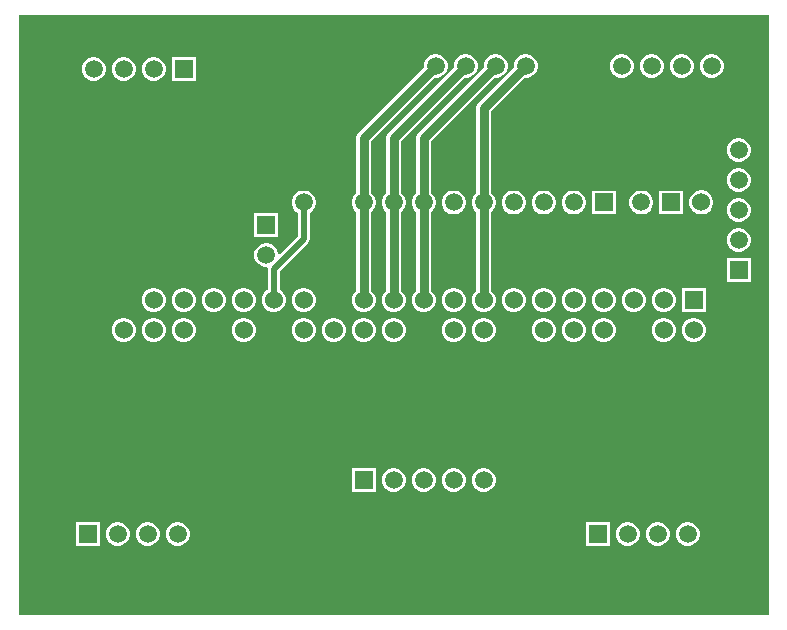
<source format=gbl>
G04*
G04 #@! TF.GenerationSoftware,Altium Limited,Altium Designer,24.5.2 (23)*
G04*
G04 Layer_Physical_Order=2*
G04 Layer_Color=16711680*
%FSLAX44Y44*%
%MOMM*%
G71*
G04*
G04 #@! TF.SameCoordinates,C5F79816-F3BF-4F28-B5AB-9B0DAD98A386*
G04*
G04*
G04 #@! TF.FilePolarity,Positive*
G04*
G01*
G75*
%ADD18C,0.7620*%
%ADD19C,0.5080*%
%ADD21C,1.2700*%
%ADD22R,1.5000X1.5000*%
%ADD23C,1.5000*%
%ADD24R,1.5000X1.5000*%
%ADD25C,1.5240*%
%ADD26R,1.5240X1.5240*%
G36*
X0Y-508000D02*
X-635000D01*
Y0D01*
X0D01*
Y-508000D01*
D02*
G37*
%LPC*%
G36*
X-46938Y-33140D02*
X-49582D01*
X-52135Y-33824D01*
X-54425Y-35146D01*
X-56294Y-37015D01*
X-57616Y-39305D01*
X-58300Y-41858D01*
Y-44502D01*
X-57616Y-47055D01*
X-56294Y-49345D01*
X-54425Y-51214D01*
X-52135Y-52536D01*
X-49582Y-53220D01*
X-46938D01*
X-44385Y-52536D01*
X-42095Y-51214D01*
X-40226Y-49345D01*
X-38904Y-47055D01*
X-38220Y-44502D01*
Y-41858D01*
X-38904Y-39305D01*
X-40226Y-37015D01*
X-42095Y-35146D01*
X-44385Y-33824D01*
X-46938Y-33140D01*
D02*
G37*
G36*
X-72338D02*
X-74982D01*
X-77535Y-33824D01*
X-79825Y-35146D01*
X-81694Y-37015D01*
X-83016Y-39305D01*
X-83700Y-41858D01*
Y-44502D01*
X-83016Y-47055D01*
X-81694Y-49345D01*
X-79825Y-51214D01*
X-77535Y-52536D01*
X-74982Y-53220D01*
X-72338D01*
X-69785Y-52536D01*
X-67495Y-51214D01*
X-65626Y-49345D01*
X-64304Y-47055D01*
X-63620Y-44502D01*
Y-41858D01*
X-64304Y-39305D01*
X-65626Y-37015D01*
X-67495Y-35146D01*
X-69785Y-33824D01*
X-72338Y-33140D01*
D02*
G37*
G36*
X-97738D02*
X-100382D01*
X-102935Y-33824D01*
X-105225Y-35146D01*
X-107094Y-37015D01*
X-108416Y-39305D01*
X-109100Y-41858D01*
Y-44502D01*
X-108416Y-47055D01*
X-107094Y-49345D01*
X-105225Y-51214D01*
X-102935Y-52536D01*
X-100382Y-53220D01*
X-97738D01*
X-95185Y-52536D01*
X-92895Y-51214D01*
X-91026Y-49345D01*
X-89704Y-47055D01*
X-89020Y-44502D01*
Y-41858D01*
X-89704Y-39305D01*
X-91026Y-37015D01*
X-92895Y-35146D01*
X-95185Y-33824D01*
X-97738Y-33140D01*
D02*
G37*
G36*
X-123138D02*
X-125782D01*
X-128335Y-33824D01*
X-130625Y-35146D01*
X-132494Y-37015D01*
X-133816Y-39305D01*
X-134500Y-41858D01*
Y-44502D01*
X-133816Y-47055D01*
X-132494Y-49345D01*
X-130625Y-51214D01*
X-128335Y-52536D01*
X-125782Y-53220D01*
X-123138D01*
X-120585Y-52536D01*
X-118295Y-51214D01*
X-116426Y-49345D01*
X-115104Y-47055D01*
X-114420Y-44502D01*
Y-41858D01*
X-115104Y-39305D01*
X-116426Y-37015D01*
X-118295Y-35146D01*
X-120585Y-33824D01*
X-123138Y-33140D01*
D02*
G37*
G36*
X-485260Y-35680D02*
X-505340D01*
Y-55760D01*
X-485260D01*
Y-35680D01*
D02*
G37*
G36*
X-519378D02*
X-522022D01*
X-524575Y-36364D01*
X-526865Y-37686D01*
X-528734Y-39555D01*
X-530056Y-41845D01*
X-530740Y-44398D01*
Y-47042D01*
X-530056Y-49595D01*
X-528734Y-51885D01*
X-526865Y-53754D01*
X-524575Y-55076D01*
X-522022Y-55760D01*
X-519378D01*
X-516825Y-55076D01*
X-514535Y-53754D01*
X-512666Y-51885D01*
X-511344Y-49595D01*
X-510660Y-47042D01*
Y-44398D01*
X-511344Y-41845D01*
X-512666Y-39555D01*
X-514535Y-37686D01*
X-516825Y-36364D01*
X-519378Y-35680D01*
D02*
G37*
G36*
X-544778D02*
X-547422D01*
X-549975Y-36364D01*
X-552265Y-37686D01*
X-554134Y-39555D01*
X-555456Y-41845D01*
X-556140Y-44398D01*
Y-47042D01*
X-555456Y-49595D01*
X-554134Y-51885D01*
X-552265Y-53754D01*
X-549975Y-55076D01*
X-547422Y-55760D01*
X-544778D01*
X-542225Y-55076D01*
X-539935Y-53754D01*
X-538066Y-51885D01*
X-536744Y-49595D01*
X-536060Y-47042D01*
Y-44398D01*
X-536744Y-41845D01*
X-538066Y-39555D01*
X-539935Y-37686D01*
X-542225Y-36364D01*
X-544778Y-35680D01*
D02*
G37*
G36*
X-570178D02*
X-572822D01*
X-575375Y-36364D01*
X-577665Y-37686D01*
X-579534Y-39555D01*
X-580856Y-41845D01*
X-581540Y-44398D01*
Y-47042D01*
X-580856Y-49595D01*
X-579534Y-51885D01*
X-577665Y-53754D01*
X-575375Y-55076D01*
X-572822Y-55760D01*
X-570178D01*
X-567625Y-55076D01*
X-565335Y-53754D01*
X-563466Y-51885D01*
X-562144Y-49595D01*
X-561460Y-47042D01*
Y-44398D01*
X-562144Y-41845D01*
X-563466Y-39555D01*
X-565335Y-37686D01*
X-567625Y-36364D01*
X-570178Y-35680D01*
D02*
G37*
G36*
X-24078Y-104260D02*
X-26722D01*
X-29275Y-104944D01*
X-31565Y-106266D01*
X-33434Y-108135D01*
X-34756Y-110425D01*
X-35440Y-112978D01*
Y-115622D01*
X-34756Y-118175D01*
X-33434Y-120465D01*
X-31565Y-122334D01*
X-29275Y-123656D01*
X-26722Y-124340D01*
X-24078D01*
X-21525Y-123656D01*
X-19235Y-122334D01*
X-17366Y-120465D01*
X-16044Y-118175D01*
X-15360Y-115622D01*
Y-112978D01*
X-16044Y-110425D01*
X-17366Y-108135D01*
X-19235Y-106266D01*
X-21525Y-104944D01*
X-24078Y-104260D01*
D02*
G37*
G36*
Y-129660D02*
X-26722D01*
X-29275Y-130344D01*
X-31565Y-131666D01*
X-33434Y-133535D01*
X-34756Y-135825D01*
X-35440Y-138378D01*
Y-141022D01*
X-34756Y-143575D01*
X-33434Y-145865D01*
X-31565Y-147734D01*
X-29275Y-149056D01*
X-26722Y-149740D01*
X-24078D01*
X-21525Y-149056D01*
X-19235Y-147734D01*
X-17366Y-145865D01*
X-16044Y-143575D01*
X-15360Y-141022D01*
Y-138378D01*
X-16044Y-135825D01*
X-17366Y-133535D01*
X-19235Y-131666D01*
X-21525Y-130344D01*
X-24078Y-129660D01*
D02*
G37*
G36*
X-72510Y-148710D02*
X-92590D01*
Y-168790D01*
X-72510D01*
Y-148710D01*
D02*
G37*
G36*
X-106628D02*
X-109272D01*
X-111825Y-149394D01*
X-114115Y-150716D01*
X-115984Y-152585D01*
X-117306Y-154875D01*
X-117990Y-157428D01*
Y-160072D01*
X-117306Y-162625D01*
X-115984Y-164915D01*
X-114115Y-166784D01*
X-111825Y-168106D01*
X-109272Y-168790D01*
X-106628D01*
X-104075Y-168106D01*
X-101785Y-166784D01*
X-99916Y-164915D01*
X-98594Y-162625D01*
X-97910Y-160072D01*
Y-157428D01*
X-98594Y-154875D01*
X-99916Y-152585D01*
X-101785Y-150716D01*
X-104075Y-149394D01*
X-106628Y-148710D01*
D02*
G37*
G36*
X-129660D02*
X-149740D01*
Y-168790D01*
X-129660D01*
Y-148710D01*
D02*
G37*
G36*
X-163778D02*
X-166422D01*
X-168975Y-149394D01*
X-171265Y-150716D01*
X-173134Y-152585D01*
X-174456Y-154875D01*
X-175140Y-157428D01*
Y-160072D01*
X-174456Y-162625D01*
X-173134Y-164915D01*
X-171265Y-166784D01*
X-168975Y-168106D01*
X-166422Y-168790D01*
X-163778D01*
X-161225Y-168106D01*
X-158935Y-166784D01*
X-157066Y-164915D01*
X-155744Y-162625D01*
X-155060Y-160072D01*
Y-157428D01*
X-155744Y-154875D01*
X-157066Y-152585D01*
X-158935Y-150716D01*
X-161225Y-149394D01*
X-163778Y-148710D01*
D02*
G37*
G36*
X-189178D02*
X-191822D01*
X-194375Y-149394D01*
X-196665Y-150716D01*
X-198534Y-152585D01*
X-199856Y-154875D01*
X-200540Y-157428D01*
Y-160072D01*
X-199856Y-162625D01*
X-198534Y-164915D01*
X-196665Y-166784D01*
X-194375Y-168106D01*
X-191822Y-168790D01*
X-189178D01*
X-186625Y-168106D01*
X-184335Y-166784D01*
X-182466Y-164915D01*
X-181144Y-162625D01*
X-180460Y-160072D01*
Y-157428D01*
X-181144Y-154875D01*
X-182466Y-152585D01*
X-184335Y-150716D01*
X-186625Y-149394D01*
X-189178Y-148710D01*
D02*
G37*
G36*
X-214578D02*
X-217222D01*
X-219775Y-149394D01*
X-222065Y-150716D01*
X-223934Y-152585D01*
X-225256Y-154875D01*
X-225940Y-157428D01*
Y-160072D01*
X-225256Y-162625D01*
X-223934Y-164915D01*
X-222065Y-166784D01*
X-219775Y-168106D01*
X-217222Y-168790D01*
X-214578D01*
X-212025Y-168106D01*
X-209735Y-166784D01*
X-207866Y-164915D01*
X-206544Y-162625D01*
X-205860Y-160072D01*
Y-157428D01*
X-206544Y-154875D01*
X-207866Y-152585D01*
X-209735Y-150716D01*
X-212025Y-149394D01*
X-214578Y-148710D01*
D02*
G37*
G36*
X-265378D02*
X-268022D01*
X-270575Y-149394D01*
X-272865Y-150716D01*
X-274734Y-152585D01*
X-276056Y-154875D01*
X-276740Y-157428D01*
Y-160072D01*
X-276056Y-162625D01*
X-274734Y-164915D01*
X-272865Y-166784D01*
X-270575Y-168106D01*
X-268022Y-168790D01*
X-265378D01*
X-262825Y-168106D01*
X-260535Y-166784D01*
X-258666Y-164915D01*
X-257344Y-162625D01*
X-256660Y-160072D01*
Y-157428D01*
X-257344Y-154875D01*
X-258666Y-152585D01*
X-260535Y-150716D01*
X-262825Y-149394D01*
X-265378Y-148710D01*
D02*
G37*
G36*
X-55812Y-148590D02*
X-58488D01*
X-61072Y-149282D01*
X-63388Y-150620D01*
X-65280Y-152512D01*
X-66618Y-154828D01*
X-67310Y-157412D01*
Y-160088D01*
X-66618Y-162672D01*
X-65280Y-164988D01*
X-63388Y-166880D01*
X-61072Y-168218D01*
X-58488Y-168910D01*
X-55812D01*
X-53228Y-168218D01*
X-50912Y-166880D01*
X-49020Y-164988D01*
X-47682Y-162672D01*
X-46990Y-160088D01*
Y-157412D01*
X-47682Y-154828D01*
X-49020Y-152512D01*
X-50912Y-150620D01*
X-53228Y-149282D01*
X-55812Y-148590D01*
D02*
G37*
G36*
X-24078Y-155060D02*
X-26722D01*
X-29275Y-155744D01*
X-31565Y-157066D01*
X-33434Y-158935D01*
X-34756Y-161225D01*
X-35440Y-163778D01*
Y-166422D01*
X-34756Y-168975D01*
X-33434Y-171265D01*
X-31565Y-173134D01*
X-29275Y-174456D01*
X-26722Y-175140D01*
X-24078D01*
X-21525Y-174456D01*
X-19235Y-173134D01*
X-17366Y-171265D01*
X-16044Y-168975D01*
X-15360Y-166422D01*
Y-163778D01*
X-16044Y-161225D01*
X-17366Y-158935D01*
X-19235Y-157066D01*
X-21525Y-155744D01*
X-24078Y-155060D01*
D02*
G37*
G36*
X-415410Y-167760D02*
X-435490D01*
Y-187840D01*
X-415410D01*
Y-167760D01*
D02*
G37*
G36*
X-24078Y-180460D02*
X-26722D01*
X-29275Y-181144D01*
X-31565Y-182466D01*
X-33434Y-184335D01*
X-34756Y-186625D01*
X-35440Y-189178D01*
Y-191822D01*
X-34756Y-194375D01*
X-33434Y-196665D01*
X-31565Y-198534D01*
X-29275Y-199856D01*
X-26722Y-200540D01*
X-24078D01*
X-21525Y-199856D01*
X-19235Y-198534D01*
X-17366Y-196665D01*
X-16044Y-194375D01*
X-15360Y-191822D01*
Y-189178D01*
X-16044Y-186625D01*
X-17366Y-184335D01*
X-19235Y-182466D01*
X-21525Y-181144D01*
X-24078Y-180460D01*
D02*
G37*
G36*
X-392378Y-148710D02*
X-395022D01*
X-397575Y-149394D01*
X-399865Y-150716D01*
X-401734Y-152585D01*
X-403056Y-154875D01*
X-403740Y-157428D01*
Y-160072D01*
X-403056Y-162625D01*
X-401734Y-164915D01*
X-399865Y-166784D01*
X-398880Y-167353D01*
Y-187095D01*
X-414237Y-202453D01*
X-415410Y-201967D01*
Y-201878D01*
X-416094Y-199325D01*
X-417416Y-197035D01*
X-419285Y-195166D01*
X-421575Y-193844D01*
X-424128Y-193160D01*
X-426772D01*
X-429325Y-193844D01*
X-431615Y-195166D01*
X-433484Y-197035D01*
X-434806Y-199325D01*
X-435490Y-201878D01*
Y-204522D01*
X-434806Y-207075D01*
X-433484Y-209365D01*
X-431615Y-211234D01*
X-429325Y-212556D01*
X-426772Y-213240D01*
X-425296D01*
X-424254Y-214510D01*
X-424280Y-214641D01*
Y-232559D01*
X-425338Y-233170D01*
X-427230Y-235062D01*
X-428568Y-237378D01*
X-429260Y-239962D01*
Y-242638D01*
X-428568Y-245222D01*
X-427230Y-247538D01*
X-425338Y-249430D01*
X-423022Y-250768D01*
X-420438Y-251460D01*
X-417762D01*
X-415178Y-250768D01*
X-412862Y-249430D01*
X-410970Y-247538D01*
X-409632Y-245222D01*
X-408940Y-242638D01*
Y-239962D01*
X-409632Y-237378D01*
X-410970Y-235062D01*
X-412862Y-233170D01*
X-413921Y-232559D01*
Y-216786D01*
X-390038Y-192903D01*
X-390037Y-192903D01*
X-388915Y-191223D01*
X-388521Y-189241D01*
X-388521Y-189241D01*
Y-167353D01*
X-387535Y-166784D01*
X-385666Y-164915D01*
X-384344Y-162625D01*
X-383660Y-160072D01*
Y-157428D01*
X-384344Y-154875D01*
X-385666Y-152585D01*
X-387535Y-150716D01*
X-389825Y-149394D01*
X-392378Y-148710D01*
D02*
G37*
G36*
X-15360Y-205860D02*
X-35440D01*
Y-225940D01*
X-15360D01*
Y-205860D01*
D02*
G37*
G36*
X-53340Y-231140D02*
X-73660D01*
Y-251460D01*
X-53340D01*
Y-231140D01*
D02*
G37*
G36*
X-87562D02*
X-90238D01*
X-92822Y-231832D01*
X-95138Y-233170D01*
X-97030Y-235062D01*
X-98368Y-237378D01*
X-99060Y-239962D01*
Y-242638D01*
X-98368Y-245222D01*
X-97030Y-247538D01*
X-95138Y-249430D01*
X-92822Y-250768D01*
X-90238Y-251460D01*
X-87562D01*
X-84978Y-250768D01*
X-82662Y-249430D01*
X-80770Y-247538D01*
X-79432Y-245222D01*
X-78740Y-242638D01*
Y-239962D01*
X-79432Y-237378D01*
X-80770Y-235062D01*
X-82662Y-233170D01*
X-84978Y-231832D01*
X-87562Y-231140D01*
D02*
G37*
G36*
X-112962D02*
X-115638D01*
X-118222Y-231832D01*
X-120538Y-233170D01*
X-122430Y-235062D01*
X-123768Y-237378D01*
X-124460Y-239962D01*
Y-242638D01*
X-123768Y-245222D01*
X-122430Y-247538D01*
X-120538Y-249430D01*
X-118222Y-250768D01*
X-115638Y-251460D01*
X-112962D01*
X-110378Y-250768D01*
X-108062Y-249430D01*
X-106170Y-247538D01*
X-104832Y-245222D01*
X-104140Y-242638D01*
Y-239962D01*
X-104832Y-237378D01*
X-106170Y-235062D01*
X-108062Y-233170D01*
X-110378Y-231832D01*
X-112962Y-231140D01*
D02*
G37*
G36*
X-138362D02*
X-141038D01*
X-143622Y-231832D01*
X-145938Y-233170D01*
X-147830Y-235062D01*
X-149168Y-237378D01*
X-149860Y-239962D01*
Y-242638D01*
X-149168Y-245222D01*
X-147830Y-247538D01*
X-145938Y-249430D01*
X-143622Y-250768D01*
X-141038Y-251460D01*
X-138362D01*
X-135778Y-250768D01*
X-133462Y-249430D01*
X-131570Y-247538D01*
X-130232Y-245222D01*
X-129540Y-242638D01*
Y-239962D01*
X-130232Y-237378D01*
X-131570Y-235062D01*
X-133462Y-233170D01*
X-135778Y-231832D01*
X-138362Y-231140D01*
D02*
G37*
G36*
X-163762D02*
X-166438D01*
X-169022Y-231832D01*
X-171338Y-233170D01*
X-173230Y-235062D01*
X-174568Y-237378D01*
X-175260Y-239962D01*
Y-242638D01*
X-174568Y-245222D01*
X-173230Y-247538D01*
X-171338Y-249430D01*
X-169022Y-250768D01*
X-166438Y-251460D01*
X-163762D01*
X-161178Y-250768D01*
X-158862Y-249430D01*
X-156970Y-247538D01*
X-155632Y-245222D01*
X-154940Y-242638D01*
Y-239962D01*
X-155632Y-237378D01*
X-156970Y-235062D01*
X-158862Y-233170D01*
X-161178Y-231832D01*
X-163762Y-231140D01*
D02*
G37*
G36*
X-189162D02*
X-191838D01*
X-194422Y-231832D01*
X-196738Y-233170D01*
X-198630Y-235062D01*
X-199968Y-237378D01*
X-200660Y-239962D01*
Y-242638D01*
X-199968Y-245222D01*
X-198630Y-247538D01*
X-196738Y-249430D01*
X-194422Y-250768D01*
X-191838Y-251460D01*
X-189162D01*
X-186578Y-250768D01*
X-184262Y-249430D01*
X-182370Y-247538D01*
X-181032Y-245222D01*
X-180340Y-242638D01*
Y-239962D01*
X-181032Y-237378D01*
X-182370Y-235062D01*
X-184262Y-233170D01*
X-186578Y-231832D01*
X-189162Y-231140D01*
D02*
G37*
G36*
X-214562D02*
X-217238D01*
X-219822Y-231832D01*
X-222138Y-233170D01*
X-224030Y-235062D01*
X-225368Y-237378D01*
X-226060Y-239962D01*
Y-242638D01*
X-225368Y-245222D01*
X-224030Y-247538D01*
X-222138Y-249430D01*
X-219822Y-250768D01*
X-217238Y-251460D01*
X-214562D01*
X-211978Y-250768D01*
X-209662Y-249430D01*
X-207770Y-247538D01*
X-206432Y-245222D01*
X-205740Y-242638D01*
Y-239962D01*
X-206432Y-237378D01*
X-207770Y-235062D01*
X-209662Y-233170D01*
X-211978Y-231832D01*
X-214562Y-231140D01*
D02*
G37*
G36*
X-204418Y-33140D02*
X-207062D01*
X-209615Y-33824D01*
X-211905Y-35146D01*
X-213774Y-37015D01*
X-215096Y-39305D01*
X-215780Y-41858D01*
Y-44064D01*
X-245878Y-74162D01*
X-247282Y-76262D01*
X-247774Y-78740D01*
Y-151026D01*
X-249334Y-152585D01*
X-250656Y-154875D01*
X-251340Y-157428D01*
Y-160072D01*
X-250656Y-162625D01*
X-249334Y-164915D01*
X-247774Y-166474D01*
Y-233406D01*
X-249430Y-235062D01*
X-250768Y-237378D01*
X-251460Y-239962D01*
Y-242638D01*
X-250768Y-245222D01*
X-249430Y-247538D01*
X-247538Y-249430D01*
X-245222Y-250768D01*
X-242638Y-251460D01*
X-239962D01*
X-237378Y-250768D01*
X-235062Y-249430D01*
X-233170Y-247538D01*
X-231832Y-245222D01*
X-231140Y-242638D01*
Y-239962D01*
X-231832Y-237378D01*
X-233170Y-235062D01*
X-234826Y-233406D01*
Y-166474D01*
X-233266Y-164915D01*
X-231944Y-162625D01*
X-231260Y-160072D01*
Y-157428D01*
X-231944Y-154875D01*
X-233266Y-152585D01*
X-234826Y-151026D01*
Y-81422D01*
X-206624Y-53220D01*
X-204418D01*
X-201865Y-52536D01*
X-199575Y-51214D01*
X-197706Y-49345D01*
X-196384Y-47055D01*
X-195700Y-44502D01*
Y-41858D01*
X-196384Y-39305D01*
X-197706Y-37015D01*
X-199575Y-35146D01*
X-201865Y-33824D01*
X-204418Y-33140D01*
D02*
G37*
G36*
X-265362Y-231140D02*
X-268038D01*
X-270622Y-231832D01*
X-272938Y-233170D01*
X-274830Y-235062D01*
X-276168Y-237378D01*
X-276860Y-239962D01*
Y-242638D01*
X-276168Y-245222D01*
X-274830Y-247538D01*
X-272938Y-249430D01*
X-270622Y-250768D01*
X-268038Y-251460D01*
X-265362D01*
X-262778Y-250768D01*
X-260462Y-249430D01*
X-258570Y-247538D01*
X-257232Y-245222D01*
X-256540Y-242638D01*
Y-239962D01*
X-257232Y-237378D01*
X-258570Y-235062D01*
X-260462Y-233170D01*
X-262778Y-231832D01*
X-265362Y-231140D01*
D02*
G37*
G36*
X-229818Y-33140D02*
X-232462D01*
X-235015Y-33824D01*
X-237305Y-35146D01*
X-239174Y-37015D01*
X-240496Y-39305D01*
X-241180Y-41858D01*
Y-44064D01*
X-296678Y-99562D01*
X-298082Y-101662D01*
X-298574Y-104140D01*
Y-151026D01*
X-300134Y-152585D01*
X-301456Y-154875D01*
X-302140Y-157428D01*
Y-160072D01*
X-301456Y-162625D01*
X-300134Y-164915D01*
X-298574Y-166474D01*
Y-233406D01*
X-300230Y-235062D01*
X-301568Y-237378D01*
X-302260Y-239962D01*
Y-242638D01*
X-301568Y-245222D01*
X-300230Y-247538D01*
X-298338Y-249430D01*
X-296022Y-250768D01*
X-293438Y-251460D01*
X-290762D01*
X-288178Y-250768D01*
X-285862Y-249430D01*
X-283970Y-247538D01*
X-282632Y-245222D01*
X-281940Y-242638D01*
Y-239962D01*
X-282632Y-237378D01*
X-283970Y-235062D01*
X-285626Y-233406D01*
Y-166474D01*
X-284066Y-164915D01*
X-282744Y-162625D01*
X-282060Y-160072D01*
Y-157428D01*
X-282744Y-154875D01*
X-284066Y-152585D01*
X-285626Y-151026D01*
Y-106822D01*
X-232024Y-53220D01*
X-229818D01*
X-227265Y-52536D01*
X-224975Y-51214D01*
X-223106Y-49345D01*
X-221784Y-47055D01*
X-221100Y-44502D01*
Y-41858D01*
X-221784Y-39305D01*
X-223106Y-37015D01*
X-224975Y-35146D01*
X-227265Y-33824D01*
X-229818Y-33140D01*
D02*
G37*
G36*
X-255218D02*
X-257862D01*
X-260415Y-33824D01*
X-262705Y-35146D01*
X-264574Y-37015D01*
X-265896Y-39305D01*
X-266580Y-41858D01*
Y-44064D01*
X-322078Y-99562D01*
X-323482Y-101662D01*
X-323974Y-104140D01*
Y-151026D01*
X-325534Y-152585D01*
X-326856Y-154875D01*
X-327540Y-157428D01*
Y-160072D01*
X-326856Y-162625D01*
X-325534Y-164915D01*
X-323974Y-166474D01*
Y-233406D01*
X-325630Y-235062D01*
X-326968Y-237378D01*
X-327660Y-239962D01*
Y-242638D01*
X-326968Y-245222D01*
X-325630Y-247538D01*
X-323738Y-249430D01*
X-321422Y-250768D01*
X-318838Y-251460D01*
X-316162D01*
X-313578Y-250768D01*
X-311262Y-249430D01*
X-309370Y-247538D01*
X-308032Y-245222D01*
X-307340Y-242638D01*
Y-239962D01*
X-308032Y-237378D01*
X-309370Y-235062D01*
X-311026Y-233406D01*
Y-166474D01*
X-309466Y-164915D01*
X-308144Y-162625D01*
X-307460Y-160072D01*
Y-157428D01*
X-308144Y-154875D01*
X-309466Y-152585D01*
X-311026Y-151026D01*
Y-106822D01*
X-257424Y-53220D01*
X-255218D01*
X-252665Y-52536D01*
X-250375Y-51214D01*
X-248506Y-49345D01*
X-247184Y-47055D01*
X-246500Y-44502D01*
Y-41858D01*
X-247184Y-39305D01*
X-248506Y-37015D01*
X-250375Y-35146D01*
X-252665Y-33824D01*
X-255218Y-33140D01*
D02*
G37*
G36*
X-280618D02*
X-283262D01*
X-285815Y-33824D01*
X-288105Y-35146D01*
X-289974Y-37015D01*
X-291296Y-39305D01*
X-291980Y-41858D01*
Y-44064D01*
X-347478Y-99562D01*
X-348882Y-101662D01*
X-349374Y-104140D01*
Y-151026D01*
X-350934Y-152585D01*
X-352256Y-154875D01*
X-352940Y-157428D01*
Y-160072D01*
X-352256Y-162625D01*
X-350934Y-164915D01*
X-349374Y-166474D01*
Y-233406D01*
X-351030Y-235062D01*
X-352368Y-237378D01*
X-353060Y-239962D01*
Y-242638D01*
X-352368Y-245222D01*
X-351030Y-247538D01*
X-349138Y-249430D01*
X-346822Y-250768D01*
X-344238Y-251460D01*
X-341562D01*
X-338978Y-250768D01*
X-336662Y-249430D01*
X-334770Y-247538D01*
X-333432Y-245222D01*
X-332740Y-242638D01*
Y-239962D01*
X-333432Y-237378D01*
X-334770Y-235062D01*
X-336426Y-233406D01*
Y-166474D01*
X-334866Y-164915D01*
X-333544Y-162625D01*
X-332860Y-160072D01*
Y-157428D01*
X-333544Y-154875D01*
X-334866Y-152585D01*
X-336426Y-151026D01*
Y-106822D01*
X-282824Y-53220D01*
X-280618D01*
X-278065Y-52536D01*
X-275775Y-51214D01*
X-273906Y-49345D01*
X-272584Y-47055D01*
X-271900Y-44502D01*
Y-41858D01*
X-272584Y-39305D01*
X-273906Y-37015D01*
X-275775Y-35146D01*
X-278065Y-33824D01*
X-280618Y-33140D01*
D02*
G37*
G36*
X-392362Y-231140D02*
X-395038D01*
X-397622Y-231832D01*
X-399938Y-233170D01*
X-401830Y-235062D01*
X-403168Y-237378D01*
X-403860Y-239962D01*
Y-242638D01*
X-403168Y-245222D01*
X-401830Y-247538D01*
X-399938Y-249430D01*
X-397622Y-250768D01*
X-395038Y-251460D01*
X-392362D01*
X-389778Y-250768D01*
X-387462Y-249430D01*
X-385570Y-247538D01*
X-384232Y-245222D01*
X-383540Y-242638D01*
Y-239962D01*
X-384232Y-237378D01*
X-385570Y-235062D01*
X-387462Y-233170D01*
X-389778Y-231832D01*
X-392362Y-231140D01*
D02*
G37*
G36*
X-443162D02*
X-445838D01*
X-448422Y-231832D01*
X-450738Y-233170D01*
X-452630Y-235062D01*
X-453968Y-237378D01*
X-454660Y-239962D01*
Y-242638D01*
X-453968Y-245222D01*
X-452630Y-247538D01*
X-450738Y-249430D01*
X-448422Y-250768D01*
X-445838Y-251460D01*
X-443162D01*
X-440578Y-250768D01*
X-438262Y-249430D01*
X-436370Y-247538D01*
X-435032Y-245222D01*
X-434340Y-242638D01*
Y-239962D01*
X-435032Y-237378D01*
X-436370Y-235062D01*
X-438262Y-233170D01*
X-440578Y-231832D01*
X-443162Y-231140D01*
D02*
G37*
G36*
X-468562D02*
X-471238D01*
X-473822Y-231832D01*
X-476138Y-233170D01*
X-478030Y-235062D01*
X-479368Y-237378D01*
X-480060Y-239962D01*
Y-242638D01*
X-479368Y-245222D01*
X-478030Y-247538D01*
X-476138Y-249430D01*
X-473822Y-250768D01*
X-471238Y-251460D01*
X-468562D01*
X-465978Y-250768D01*
X-463662Y-249430D01*
X-461770Y-247538D01*
X-460432Y-245222D01*
X-459740Y-242638D01*
Y-239962D01*
X-460432Y-237378D01*
X-461770Y-235062D01*
X-463662Y-233170D01*
X-465978Y-231832D01*
X-468562Y-231140D01*
D02*
G37*
G36*
X-493962D02*
X-496638D01*
X-499222Y-231832D01*
X-501538Y-233170D01*
X-503430Y-235062D01*
X-504768Y-237378D01*
X-505460Y-239962D01*
Y-242638D01*
X-504768Y-245222D01*
X-503430Y-247538D01*
X-501538Y-249430D01*
X-499222Y-250768D01*
X-496638Y-251460D01*
X-493962D01*
X-491378Y-250768D01*
X-489062Y-249430D01*
X-487170Y-247538D01*
X-485832Y-245222D01*
X-485140Y-242638D01*
Y-239962D01*
X-485832Y-237378D01*
X-487170Y-235062D01*
X-489062Y-233170D01*
X-491378Y-231832D01*
X-493962Y-231140D01*
D02*
G37*
G36*
X-519362D02*
X-522038D01*
X-524622Y-231832D01*
X-526938Y-233170D01*
X-528830Y-235062D01*
X-530168Y-237378D01*
X-530860Y-239962D01*
Y-242638D01*
X-530168Y-245222D01*
X-528830Y-247538D01*
X-526938Y-249430D01*
X-524622Y-250768D01*
X-522038Y-251460D01*
X-519362D01*
X-516778Y-250768D01*
X-514462Y-249430D01*
X-512570Y-247538D01*
X-511232Y-245222D01*
X-510540Y-242638D01*
Y-239962D01*
X-511232Y-237378D01*
X-512570Y-235062D01*
X-514462Y-233170D01*
X-516778Y-231832D01*
X-519362Y-231140D01*
D02*
G37*
G36*
X-62162Y-256540D02*
X-64838D01*
X-67422Y-257232D01*
X-69738Y-258570D01*
X-71630Y-260462D01*
X-72968Y-262778D01*
X-73660Y-265362D01*
Y-268038D01*
X-72968Y-270622D01*
X-71630Y-272938D01*
X-69738Y-274830D01*
X-67422Y-276168D01*
X-64838Y-276860D01*
X-62162D01*
X-59578Y-276168D01*
X-57262Y-274830D01*
X-55370Y-272938D01*
X-54032Y-270622D01*
X-53340Y-268038D01*
Y-265362D01*
X-54032Y-262778D01*
X-55370Y-260462D01*
X-57262Y-258570D01*
X-59578Y-257232D01*
X-62162Y-256540D01*
D02*
G37*
G36*
X-87562D02*
X-90238D01*
X-92822Y-257232D01*
X-95138Y-258570D01*
X-97030Y-260462D01*
X-98368Y-262778D01*
X-99060Y-265362D01*
Y-268038D01*
X-98368Y-270622D01*
X-97030Y-272938D01*
X-95138Y-274830D01*
X-92822Y-276168D01*
X-90238Y-276860D01*
X-87562D01*
X-84978Y-276168D01*
X-82662Y-274830D01*
X-80770Y-272938D01*
X-79432Y-270622D01*
X-78740Y-268038D01*
Y-265362D01*
X-79432Y-262778D01*
X-80770Y-260462D01*
X-82662Y-258570D01*
X-84978Y-257232D01*
X-87562Y-256540D01*
D02*
G37*
G36*
X-138362D02*
X-141038D01*
X-143622Y-257232D01*
X-145938Y-258570D01*
X-147830Y-260462D01*
X-149168Y-262778D01*
X-149860Y-265362D01*
Y-268038D01*
X-149168Y-270622D01*
X-147830Y-272938D01*
X-145938Y-274830D01*
X-143622Y-276168D01*
X-141038Y-276860D01*
X-138362D01*
X-135778Y-276168D01*
X-133462Y-274830D01*
X-131570Y-272938D01*
X-130232Y-270622D01*
X-129540Y-268038D01*
Y-265362D01*
X-130232Y-262778D01*
X-131570Y-260462D01*
X-133462Y-258570D01*
X-135778Y-257232D01*
X-138362Y-256540D01*
D02*
G37*
G36*
X-163762D02*
X-166438D01*
X-169022Y-257232D01*
X-171338Y-258570D01*
X-173230Y-260462D01*
X-174568Y-262778D01*
X-175260Y-265362D01*
Y-268038D01*
X-174568Y-270622D01*
X-173230Y-272938D01*
X-171338Y-274830D01*
X-169022Y-276168D01*
X-166438Y-276860D01*
X-163762D01*
X-161178Y-276168D01*
X-158862Y-274830D01*
X-156970Y-272938D01*
X-155632Y-270622D01*
X-154940Y-268038D01*
Y-265362D01*
X-155632Y-262778D01*
X-156970Y-260462D01*
X-158862Y-258570D01*
X-161178Y-257232D01*
X-163762Y-256540D01*
D02*
G37*
G36*
X-189162D02*
X-191838D01*
X-194422Y-257232D01*
X-196738Y-258570D01*
X-198630Y-260462D01*
X-199968Y-262778D01*
X-200660Y-265362D01*
Y-268038D01*
X-199968Y-270622D01*
X-198630Y-272938D01*
X-196738Y-274830D01*
X-194422Y-276168D01*
X-191838Y-276860D01*
X-189162D01*
X-186578Y-276168D01*
X-184262Y-274830D01*
X-182370Y-272938D01*
X-181032Y-270622D01*
X-180340Y-268038D01*
Y-265362D01*
X-181032Y-262778D01*
X-182370Y-260462D01*
X-184262Y-258570D01*
X-186578Y-257232D01*
X-189162Y-256540D01*
D02*
G37*
G36*
X-239962D02*
X-242638D01*
X-245222Y-257232D01*
X-247538Y-258570D01*
X-249430Y-260462D01*
X-250768Y-262778D01*
X-251460Y-265362D01*
Y-268038D01*
X-250768Y-270622D01*
X-249430Y-272938D01*
X-247538Y-274830D01*
X-245222Y-276168D01*
X-242638Y-276860D01*
X-239962D01*
X-237378Y-276168D01*
X-235062Y-274830D01*
X-233170Y-272938D01*
X-231832Y-270622D01*
X-231140Y-268038D01*
Y-265362D01*
X-231832Y-262778D01*
X-233170Y-260462D01*
X-235062Y-258570D01*
X-237378Y-257232D01*
X-239962Y-256540D01*
D02*
G37*
G36*
X-265362D02*
X-268038D01*
X-270622Y-257232D01*
X-272938Y-258570D01*
X-274830Y-260462D01*
X-276168Y-262778D01*
X-276860Y-265362D01*
Y-268038D01*
X-276168Y-270622D01*
X-274830Y-272938D01*
X-272938Y-274830D01*
X-270622Y-276168D01*
X-268038Y-276860D01*
X-265362D01*
X-262778Y-276168D01*
X-260462Y-274830D01*
X-258570Y-272938D01*
X-257232Y-270622D01*
X-256540Y-268038D01*
Y-265362D01*
X-257232Y-262778D01*
X-258570Y-260462D01*
X-260462Y-258570D01*
X-262778Y-257232D01*
X-265362Y-256540D01*
D02*
G37*
G36*
X-316162D02*
X-318838D01*
X-321422Y-257232D01*
X-323738Y-258570D01*
X-325630Y-260462D01*
X-326968Y-262778D01*
X-327660Y-265362D01*
Y-268038D01*
X-326968Y-270622D01*
X-325630Y-272938D01*
X-323738Y-274830D01*
X-321422Y-276168D01*
X-318838Y-276860D01*
X-316162D01*
X-313578Y-276168D01*
X-311262Y-274830D01*
X-309370Y-272938D01*
X-308032Y-270622D01*
X-307340Y-268038D01*
Y-265362D01*
X-308032Y-262778D01*
X-309370Y-260462D01*
X-311262Y-258570D01*
X-313578Y-257232D01*
X-316162Y-256540D01*
D02*
G37*
G36*
X-341562D02*
X-344238D01*
X-346822Y-257232D01*
X-349138Y-258570D01*
X-351030Y-260462D01*
X-352368Y-262778D01*
X-353060Y-265362D01*
Y-268038D01*
X-352368Y-270622D01*
X-351030Y-272938D01*
X-349138Y-274830D01*
X-346822Y-276168D01*
X-344238Y-276860D01*
X-341562D01*
X-338978Y-276168D01*
X-336662Y-274830D01*
X-334770Y-272938D01*
X-333432Y-270622D01*
X-332740Y-268038D01*
Y-265362D01*
X-333432Y-262778D01*
X-334770Y-260462D01*
X-336662Y-258570D01*
X-338978Y-257232D01*
X-341562Y-256540D01*
D02*
G37*
G36*
X-366962D02*
X-369638D01*
X-372222Y-257232D01*
X-374538Y-258570D01*
X-376430Y-260462D01*
X-377768Y-262778D01*
X-378460Y-265362D01*
Y-268038D01*
X-377768Y-270622D01*
X-376430Y-272938D01*
X-374538Y-274830D01*
X-372222Y-276168D01*
X-369638Y-276860D01*
X-366962D01*
X-364378Y-276168D01*
X-362062Y-274830D01*
X-360170Y-272938D01*
X-358832Y-270622D01*
X-358140Y-268038D01*
Y-265362D01*
X-358832Y-262778D01*
X-360170Y-260462D01*
X-362062Y-258570D01*
X-364378Y-257232D01*
X-366962Y-256540D01*
D02*
G37*
G36*
X-392362D02*
X-395038D01*
X-397622Y-257232D01*
X-399938Y-258570D01*
X-401830Y-260462D01*
X-403168Y-262778D01*
X-403860Y-265362D01*
Y-268038D01*
X-403168Y-270622D01*
X-401830Y-272938D01*
X-399938Y-274830D01*
X-397622Y-276168D01*
X-395038Y-276860D01*
X-392362D01*
X-389778Y-276168D01*
X-387462Y-274830D01*
X-385570Y-272938D01*
X-384232Y-270622D01*
X-383540Y-268038D01*
Y-265362D01*
X-384232Y-262778D01*
X-385570Y-260462D01*
X-387462Y-258570D01*
X-389778Y-257232D01*
X-392362Y-256540D01*
D02*
G37*
G36*
X-443162D02*
X-445838D01*
X-448422Y-257232D01*
X-450738Y-258570D01*
X-452630Y-260462D01*
X-453968Y-262778D01*
X-454660Y-265362D01*
Y-268038D01*
X-453968Y-270622D01*
X-452630Y-272938D01*
X-450738Y-274830D01*
X-448422Y-276168D01*
X-445838Y-276860D01*
X-443162D01*
X-440578Y-276168D01*
X-438262Y-274830D01*
X-436370Y-272938D01*
X-435032Y-270622D01*
X-434340Y-268038D01*
Y-265362D01*
X-435032Y-262778D01*
X-436370Y-260462D01*
X-438262Y-258570D01*
X-440578Y-257232D01*
X-443162Y-256540D01*
D02*
G37*
G36*
X-493962D02*
X-496638D01*
X-499222Y-257232D01*
X-501538Y-258570D01*
X-503430Y-260462D01*
X-504768Y-262778D01*
X-505460Y-265362D01*
Y-268038D01*
X-504768Y-270622D01*
X-503430Y-272938D01*
X-501538Y-274830D01*
X-499222Y-276168D01*
X-496638Y-276860D01*
X-493962D01*
X-491378Y-276168D01*
X-489062Y-274830D01*
X-487170Y-272938D01*
X-485832Y-270622D01*
X-485140Y-268038D01*
Y-265362D01*
X-485832Y-262778D01*
X-487170Y-260462D01*
X-489062Y-258570D01*
X-491378Y-257232D01*
X-493962Y-256540D01*
D02*
G37*
G36*
X-519362D02*
X-522038D01*
X-524622Y-257232D01*
X-526938Y-258570D01*
X-528830Y-260462D01*
X-530168Y-262778D01*
X-530860Y-265362D01*
Y-268038D01*
X-530168Y-270622D01*
X-528830Y-272938D01*
X-526938Y-274830D01*
X-524622Y-276168D01*
X-522038Y-276860D01*
X-519362D01*
X-516778Y-276168D01*
X-514462Y-274830D01*
X-512570Y-272938D01*
X-511232Y-270622D01*
X-510540Y-268038D01*
Y-265362D01*
X-511232Y-262778D01*
X-512570Y-260462D01*
X-514462Y-258570D01*
X-516778Y-257232D01*
X-519362Y-256540D01*
D02*
G37*
G36*
X-544762D02*
X-547438D01*
X-550022Y-257232D01*
X-552338Y-258570D01*
X-554230Y-260462D01*
X-555568Y-262778D01*
X-556260Y-265362D01*
Y-268038D01*
X-555568Y-270622D01*
X-554230Y-272938D01*
X-552338Y-274830D01*
X-550022Y-276168D01*
X-547438Y-276860D01*
X-544762D01*
X-542178Y-276168D01*
X-539862Y-274830D01*
X-537970Y-272938D01*
X-536632Y-270622D01*
X-535940Y-268038D01*
Y-265362D01*
X-536632Y-262778D01*
X-537970Y-260462D01*
X-539862Y-258570D01*
X-542178Y-257232D01*
X-544762Y-256540D01*
D02*
G37*
G36*
X-239978Y-383660D02*
X-242622D01*
X-245175Y-384344D01*
X-247465Y-385666D01*
X-249334Y-387535D01*
X-250656Y-389825D01*
X-251340Y-392378D01*
Y-395022D01*
X-250656Y-397575D01*
X-249334Y-399865D01*
X-247465Y-401734D01*
X-245175Y-403056D01*
X-242622Y-403740D01*
X-239978D01*
X-237425Y-403056D01*
X-235135Y-401734D01*
X-233266Y-399865D01*
X-231944Y-397575D01*
X-231260Y-395022D01*
Y-392378D01*
X-231944Y-389825D01*
X-233266Y-387535D01*
X-235135Y-385666D01*
X-237425Y-384344D01*
X-239978Y-383660D01*
D02*
G37*
G36*
X-265378D02*
X-268022D01*
X-270575Y-384344D01*
X-272865Y-385666D01*
X-274734Y-387535D01*
X-276056Y-389825D01*
X-276740Y-392378D01*
Y-395022D01*
X-276056Y-397575D01*
X-274734Y-399865D01*
X-272865Y-401734D01*
X-270575Y-403056D01*
X-268022Y-403740D01*
X-265378D01*
X-262825Y-403056D01*
X-260535Y-401734D01*
X-258666Y-399865D01*
X-257344Y-397575D01*
X-256660Y-395022D01*
Y-392378D01*
X-257344Y-389825D01*
X-258666Y-387535D01*
X-260535Y-385666D01*
X-262825Y-384344D01*
X-265378Y-383660D01*
D02*
G37*
G36*
X-290778D02*
X-293422D01*
X-295975Y-384344D01*
X-298265Y-385666D01*
X-300134Y-387535D01*
X-301456Y-389825D01*
X-302140Y-392378D01*
Y-395022D01*
X-301456Y-397575D01*
X-300134Y-399865D01*
X-298265Y-401734D01*
X-295975Y-403056D01*
X-293422Y-403740D01*
X-290778D01*
X-288225Y-403056D01*
X-285935Y-401734D01*
X-284066Y-399865D01*
X-282744Y-397575D01*
X-282060Y-395022D01*
Y-392378D01*
X-282744Y-389825D01*
X-284066Y-387535D01*
X-285935Y-385666D01*
X-288225Y-384344D01*
X-290778Y-383660D01*
D02*
G37*
G36*
X-316178D02*
X-318822D01*
X-321375Y-384344D01*
X-323665Y-385666D01*
X-325534Y-387535D01*
X-326856Y-389825D01*
X-327540Y-392378D01*
Y-395022D01*
X-326856Y-397575D01*
X-325534Y-399865D01*
X-323665Y-401734D01*
X-321375Y-403056D01*
X-318822Y-403740D01*
X-316178D01*
X-313625Y-403056D01*
X-311335Y-401734D01*
X-309466Y-399865D01*
X-308144Y-397575D01*
X-307460Y-395022D01*
Y-392378D01*
X-308144Y-389825D01*
X-309466Y-387535D01*
X-311335Y-385666D01*
X-313625Y-384344D01*
X-316178Y-383660D01*
D02*
G37*
G36*
X-332860D02*
X-352940D01*
Y-403740D01*
X-332860D01*
Y-383660D01*
D02*
G37*
G36*
X-67258Y-429380D02*
X-69902D01*
X-72455Y-430064D01*
X-74745Y-431386D01*
X-76614Y-433255D01*
X-77936Y-435545D01*
X-78620Y-438098D01*
Y-440742D01*
X-77936Y-443295D01*
X-76614Y-445585D01*
X-74745Y-447454D01*
X-72455Y-448776D01*
X-69902Y-449460D01*
X-67258D01*
X-64705Y-448776D01*
X-62415Y-447454D01*
X-60546Y-445585D01*
X-59224Y-443295D01*
X-58540Y-440742D01*
Y-438098D01*
X-59224Y-435545D01*
X-60546Y-433255D01*
X-62415Y-431386D01*
X-64705Y-430064D01*
X-67258Y-429380D01*
D02*
G37*
G36*
X-92658D02*
X-95302D01*
X-97855Y-430064D01*
X-100145Y-431386D01*
X-102014Y-433255D01*
X-103336Y-435545D01*
X-104020Y-438098D01*
Y-440742D01*
X-103336Y-443295D01*
X-102014Y-445585D01*
X-100145Y-447454D01*
X-97855Y-448776D01*
X-95302Y-449460D01*
X-92658D01*
X-90105Y-448776D01*
X-87815Y-447454D01*
X-85946Y-445585D01*
X-84624Y-443295D01*
X-83940Y-440742D01*
Y-438098D01*
X-84624Y-435545D01*
X-85946Y-433255D01*
X-87815Y-431386D01*
X-90105Y-430064D01*
X-92658Y-429380D01*
D02*
G37*
G36*
X-118058D02*
X-120702D01*
X-123255Y-430064D01*
X-125545Y-431386D01*
X-127414Y-433255D01*
X-128736Y-435545D01*
X-129420Y-438098D01*
Y-440742D01*
X-128736Y-443295D01*
X-127414Y-445585D01*
X-125545Y-447454D01*
X-123255Y-448776D01*
X-120702Y-449460D01*
X-118058D01*
X-115505Y-448776D01*
X-113215Y-447454D01*
X-111346Y-445585D01*
X-110024Y-443295D01*
X-109340Y-440742D01*
Y-438098D01*
X-110024Y-435545D01*
X-111346Y-433255D01*
X-113215Y-431386D01*
X-115505Y-430064D01*
X-118058Y-429380D01*
D02*
G37*
G36*
X-134740D02*
X-154820D01*
Y-449460D01*
X-134740D01*
Y-429380D01*
D02*
G37*
G36*
X-499058D02*
X-501702D01*
X-504255Y-430064D01*
X-506545Y-431386D01*
X-508414Y-433255D01*
X-509736Y-435545D01*
X-510420Y-438098D01*
Y-440742D01*
X-509736Y-443295D01*
X-508414Y-445585D01*
X-506545Y-447454D01*
X-504255Y-448776D01*
X-501702Y-449460D01*
X-499058D01*
X-496505Y-448776D01*
X-494215Y-447454D01*
X-492346Y-445585D01*
X-491024Y-443295D01*
X-490340Y-440742D01*
Y-438098D01*
X-491024Y-435545D01*
X-492346Y-433255D01*
X-494215Y-431386D01*
X-496505Y-430064D01*
X-499058Y-429380D01*
D02*
G37*
G36*
X-524458D02*
X-527102D01*
X-529655Y-430064D01*
X-531945Y-431386D01*
X-533814Y-433255D01*
X-535136Y-435545D01*
X-535820Y-438098D01*
Y-440742D01*
X-535136Y-443295D01*
X-533814Y-445585D01*
X-531945Y-447454D01*
X-529655Y-448776D01*
X-527102Y-449460D01*
X-524458D01*
X-521905Y-448776D01*
X-519615Y-447454D01*
X-517746Y-445585D01*
X-516424Y-443295D01*
X-515740Y-440742D01*
Y-438098D01*
X-516424Y-435545D01*
X-517746Y-433255D01*
X-519615Y-431386D01*
X-521905Y-430064D01*
X-524458Y-429380D01*
D02*
G37*
G36*
X-549858D02*
X-552502D01*
X-555055Y-430064D01*
X-557345Y-431386D01*
X-559214Y-433255D01*
X-560536Y-435545D01*
X-561220Y-438098D01*
Y-440742D01*
X-560536Y-443295D01*
X-559214Y-445585D01*
X-557345Y-447454D01*
X-555055Y-448776D01*
X-552502Y-449460D01*
X-549858D01*
X-547305Y-448776D01*
X-545015Y-447454D01*
X-543146Y-445585D01*
X-541824Y-443295D01*
X-541140Y-440742D01*
Y-438098D01*
X-541824Y-435545D01*
X-543146Y-433255D01*
X-545015Y-431386D01*
X-547305Y-430064D01*
X-549858Y-429380D01*
D02*
G37*
G36*
X-566540D02*
X-586620D01*
Y-449460D01*
X-566540D01*
Y-429380D01*
D02*
G37*
%LPD*%
D18*
X-241300Y-241300D02*
Y-158750D01*
X-292100Y-241300D02*
Y-158750D01*
X-317500Y-241300D02*
Y-158750D01*
X-342900Y-241300D02*
Y-158750D01*
X-241300D02*
Y-78740D01*
X-205740Y-43180D01*
X-292100Y-104140D02*
X-231140Y-43180D01*
X-292100Y-158750D02*
Y-104140D01*
X-317500Y-158750D02*
Y-104140D01*
X-256540Y-43180D01*
X-342900Y-158750D02*
Y-104140D01*
X-281940Y-43180D01*
D19*
X-355600Y-254000D02*
X-304800D01*
X-292100Y-266700D01*
X-469900Y-269449D02*
Y-266700D01*
X-419100Y-214641D02*
X-393700Y-189241D01*
Y-158750D01*
X-419100Y-241300D02*
Y-214641D01*
X-19050Y-393700D02*
Y-368300D01*
Y-342900D01*
Y-317500D01*
Y-292100D01*
X-101600Y-279400D02*
X-31750D01*
X-19050Y-292100D01*
X-114300Y-266700D02*
X-101600Y-279400D01*
X-127000D02*
X-114300Y-266700D01*
X-215900D02*
X-203200Y-279400D01*
X-127000D01*
X-228600D02*
X-215900Y-266700D01*
X-279400Y-279400D02*
X-228600D01*
X-292100Y-266700D02*
X-279400Y-279400D01*
X-368300Y-241300D02*
X-355600Y-254000D01*
X-406400D02*
X-381000D01*
X-419100Y-266700D02*
X-406400Y-254000D01*
X-381000D02*
X-368300Y-241300D01*
X-457200Y-254000D02*
X-431800D01*
X-469900Y-266700D02*
X-457200Y-254000D01*
X-431800D02*
X-419100Y-266700D01*
X-482600Y-254000D02*
X-469900Y-266700D01*
X-533400Y-254000D02*
X-482600D01*
X-546100Y-241300D02*
X-533400Y-254000D01*
D21*
X-336670Y-24250D02*
X-168790D01*
X-355600Y-43180D02*
X-336670Y-24250D01*
X-168790D02*
X-149860Y-43180D01*
X-354978D02*
X-302260D01*
X-381000D02*
X-355600D01*
X-406400D02*
X-381000D01*
X-431800D02*
X-406400D01*
X-457200D02*
X-431800D01*
X-460890Y-44330D02*
X-458350D01*
X-579888Y-62110D02*
X-478670D01*
X-458350Y-44330D02*
X-457200Y-43180D01*
X-478670Y-62110D02*
X-460890Y-44330D01*
X-368300Y-55880D02*
X-355600Y-43180D01*
X-368300Y-158750D02*
Y-55880D01*
X-596278Y-45720D02*
X-579888Y-62110D01*
X-596900Y-45720D02*
X-596278D01*
X-101600Y-279400D02*
X-43180Y-337820D01*
X-474980Y-439420D02*
Y-274529D01*
X-469900Y-269449D01*
X-43180Y-439420D02*
Y-337820D01*
D22*
X-307340Y-43180D02*
D03*
X-149860D02*
D03*
X-495300Y-45720D02*
D03*
X-576580Y-439420D02*
D03*
X-144780D02*
D03*
X-139700Y-158750D02*
D03*
X-457200Y-43180D02*
D03*
X-342900Y-393700D02*
D03*
X-82550Y-158750D02*
D03*
D23*
X-281940Y-43180D02*
D03*
X-256540D02*
D03*
X-231140D02*
D03*
X-205740D02*
D03*
X-25400Y-190500D02*
D03*
Y-165100D02*
D03*
Y-139700D02*
D03*
Y-114300D02*
D03*
X-124460Y-43180D02*
D03*
X-99060D02*
D03*
X-73660D02*
D03*
X-48260D02*
D03*
X-596900Y-45720D02*
D03*
X-571500D02*
D03*
X-546100D02*
D03*
X-520700D02*
D03*
X-551180Y-439420D02*
D03*
X-525780D02*
D03*
X-500380D02*
D03*
X-474980D02*
D03*
X-43180D02*
D03*
X-68580D02*
D03*
X-93980D02*
D03*
X-119380D02*
D03*
X-425450Y-203200D02*
D03*
X-393700Y-158750D02*
D03*
X-368300D02*
D03*
X-342900D02*
D03*
X-317500D02*
D03*
X-292100D02*
D03*
X-266700D02*
D03*
X-241300D02*
D03*
X-215900D02*
D03*
X-190500D02*
D03*
X-165100D02*
D03*
X-355600Y-43180D02*
D03*
X-381000D02*
D03*
X-406400D02*
D03*
X-431800D02*
D03*
X-19050Y-292100D02*
D03*
Y-317500D02*
D03*
Y-342900D02*
D03*
Y-368300D02*
D03*
X-317500Y-393700D02*
D03*
X-292100D02*
D03*
X-266700D02*
D03*
X-241300D02*
D03*
X-107950Y-158750D02*
D03*
D24*
X-25400Y-215900D02*
D03*
X-425450Y-177800D02*
D03*
X-19050Y-393700D02*
D03*
D25*
X-57150Y-158750D02*
D03*
X-546100Y-266700D02*
D03*
X-520700D02*
D03*
X-495300D02*
D03*
X-469900D02*
D03*
X-444500D02*
D03*
X-419100D02*
D03*
X-546100Y-241300D02*
D03*
X-520700D02*
D03*
X-495300D02*
D03*
X-469900D02*
D03*
X-444500D02*
D03*
X-419100D02*
D03*
X-393700Y-266700D02*
D03*
Y-241300D02*
D03*
X-368300Y-266700D02*
D03*
X-342900D02*
D03*
X-317500D02*
D03*
X-292100D02*
D03*
X-266700D02*
D03*
X-241300D02*
D03*
X-368300Y-241300D02*
D03*
X-342900D02*
D03*
X-317500D02*
D03*
X-292100D02*
D03*
X-266700D02*
D03*
X-241300D02*
D03*
X-215900Y-266700D02*
D03*
Y-241300D02*
D03*
X-190500Y-266700D02*
D03*
X-165100D02*
D03*
X-139700D02*
D03*
X-114300D02*
D03*
X-88900D02*
D03*
X-63500D02*
D03*
X-190500Y-241300D02*
D03*
X-165100D02*
D03*
X-139700D02*
D03*
X-114300D02*
D03*
X-88900D02*
D03*
D26*
X-63500D02*
D03*
M02*

</source>
